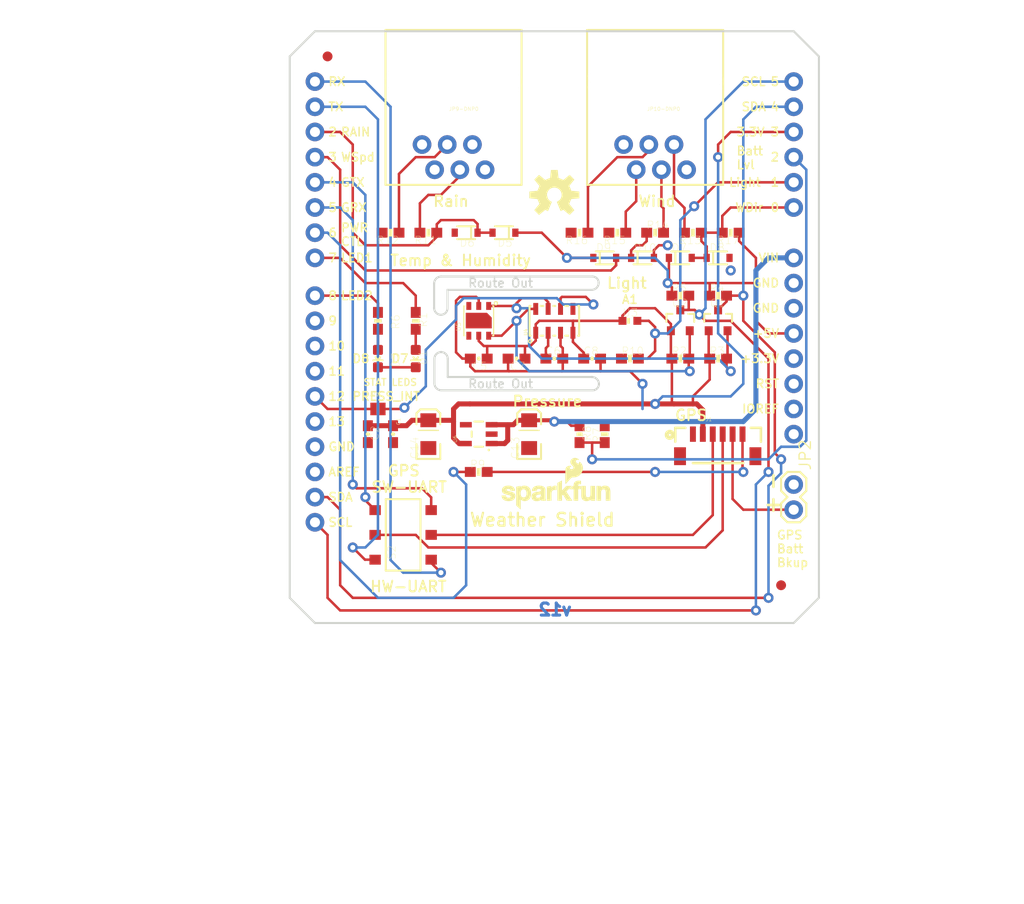
<source format=kicad_pcb>
(kicad_pcb (version 20211014) (generator pcbnew)
  (layers (0 "F.Cu" signal) (31 "B.Cu" signal) (34 "B.Paste" user) (35 "F.Paste" user) (36 "B.SilkS" user "B.Silkscreen") (37 "F.SilkS" user "F.Silkscreen") (38 "B.Mask" user) (39 "F.Mask" user) (44 "Edge.Cuts" user))
  (net 0 "")
  (net 1 "GND")
  (net 2 "STAT2")
  (net 3 "N$7")
  (net 4 "TXO")
  (net 5 "RXI")
  (net 6 "N$3")
  (net 7 "STAT1")
  (net 8 "3.3V")
  (net 9 "SCL")
  (net 10 "SDA")
  (net 11 "INT-PRESSURE")
  (net 12 "N$5")
  (net 13 "GPS-TX")
  (net 14 "GPS-RX")
  (net 15 "V_BATT")
  (net 16 "LIGHT")
  (net 17 "PWR_CTL")
  (net 18 "GTXO")
  (net 19 "GRXI")
  (net 20 "HV_SDA")
  (net 21 "HV_SCL")
  (net 22 "5V")
  (net 23 "RAIN")
  (net 24 "WSPEED")
  (net 25 "WDIR")
  (net 26 "RAIN2")
  (net 27 "RAIN5")
  (net 28 "N$2")
  (net 29 "N$1")
  (net 30 "N$4")
  (net 31 "N$11")
  (net 32 "N$12")
  (net 33 "N$13")
  (net 34 "BATT_LVL")
  (net 35 "3V_PWR_CTL")
  (net 36 "VIN")
  (net 37 "N$6")
  (footprint "boardEagle:SOD-323" (layer "F.Cu") (at 161.2011 98.0186)
    (fp_text reference "D7")
    (fp_text value "250mA/100V")
  )
  (footprint "boardEagle:AYZ0202" (layer "F.Cu") (at 133.2611 125.9586 90)
    (fp_text reference "S2")
    (fp_text value "DPDT")
  )
  (footprint "boardEagle:SOD-323" (layer "F.Cu") (at 143.4211 95.4786 180)
    (fp_text reference "D5")
    (fp_text value "250mA/100V")
  )
  (footprint "boardEagle:UNO_R3_SHIELD" (layer "F.Cu") (at 121.8311 134.8486)
    (fp_text reference "U1" hide)
    (fp_text value "ARDUINO_R3_SHIELD" hide)
  )
  (footprint "boardEagle:SOT23-3" (layer "F.Cu") (at 165.0111 104.3686)
    (fp_text reference "Q1")
    (fp_text value "200mA/50V")
  )
  (footprint "boardEagle:PAD-JUMPER-2-NO_NO_SILK" (layer "F.Cu") (at 130.7211 113.2586)
    (fp_text reference "JP1")
    (fp_text value "")
  )
  (footprint "boardEagle:0603-RES" (layer "F.Cu") (at 161.2011 101.8286)
    (fp_text reference "R5")
    (fp_text value "4.7K")
  )
  (footprint "boardEagle:0603-RES" (layer "F.Cu") (at 130.7211 104.3686 -90)
    (fp_text reference "R6")
    (fp_text value "1K")
  )
  (footprint "boardEagle:0603-RES" (layer "F.Cu") (at 165.0111 108.1786)
    (fp_text reference "R3")
    (fp_text value "4.7K")
  )
  (footprint "boardEagle:0603-RES" (layer "F.Cu") (at 158.6611 95.4786)
    (fp_text reference "R14")
    (fp_text value "1K")
  )
  (footprint "boardEagle:0603-CAP" (layer "F.Cu") (at 140.8811 108.1786 180)
    (fp_text reference "C5")
    (fp_text value "0.1uF")
  )
  (footprint "boardEagle:RJ11-6" (layer "F.Cu") (at 158.6611 80.2386 180)
    (fp_text reference "JP10-DNP0")
    (fp_text value "RJ11-WIND")
  )
  (footprint "boardEagle:0603-RES" (layer "F.Cu") (at 135.8011 95.4786 180)
    (fp_text reference "R11")
    (fp_text value "1K")
  )
  (footprint "boardEagle:0603-RES" (layer "F.Cu") (at 166.2811 95.4786 180)
    (fp_text reference "R17")
    (fp_text value "4.7K")
  )
  (footprint "boardEagle:0603" (layer "F.Cu") (at 151.0411 115.7986 -90)
    (fp_text reference "R8")
    (fp_text value "3.9K")
  )
  (footprint "boardEagle:SOD-323" (layer "F.Cu") (at 139.6111 95.4786 180)
    (fp_text reference "D6")
    (fp_text value "250mA/100V")
  )
  (footprint "boardEagle:1X02" (layer "F.Cu") (at 172.6311 120.8786 -90)
    (fp_text reference "JP2")
    (fp_text value "External Batt Bckup")
  )
  (footprint "boardEagle:0603-CAP" (layer "F.Cu") (at 152.3111 108.1786)
    (fp_text reference "C8")
    (fp_text value "1.0uF")
  )
  (footprint "boardEagle:SOT23-3" (layer "F.Cu") (at 161.2011 104.3686)
    (fp_text reference "Q2")
    (fp_text value "200mA/50V")
  )
  (footprint "boardEagle:0603-RES" (layer "F.Cu") (at 156.1211 108.1786)
    (fp_text reference "R10")
    (fp_text value "10K")
  )
  (footprint "boardEagle:0603-RES" (layer "F.Cu") (at 165.0111 101.8286)
    (fp_text reference "R4")
    (fp_text value "4.7K")
  )
  (footprint "boardEagle:ALS-PT19" (layer "F.Cu") (at 156.1211 104.3686)
    (fp_text reference "U3")
    (fp_text value "ALS-PT19")
  )
  (footprint "boardEagle:0603-RES" (layer "F.Cu") (at 151.0411 95.4786 180)
    (fp_text reference "R16")
    (fp_text value "1K")
  )
  (footprint "boardEagle:0603-CAP" (layer "F.Cu") (at 129.7051 115.7986 -90)
    (fp_text reference "C2")
    (fp_text value "0.1uF")
  )
  (footprint "boardEagle:SOD-323" (layer "F.Cu") (at 165.0111 98.0186)
    (fp_text reference "D8")
    (fp_text value "250mA/100V")
  )
  (footprint "boardEagle:0603-RES" (layer "F.Cu") (at 153.5811 115.7986 90)
    (fp_text reference "R7")
    (fp_text value "1K")
  )
  (footprint "boardEagle:0603-RES" (layer "F.Cu") (at 131.9911 95.4786 180)
    (fp_text reference "R12")
    (fp_text value "1K")
  )
  (footprint "boardEagle:EIA3216" (layer "F.Cu") (at 145.9611 115.7986 90)
    (fp_text reference "C13")
    (fp_text value "10uF")
  )
  (footprint "boardEagle:RJ11-6" (layer "F.Cu") (at 138.3411 80.2386 180)
    (fp_text reference "JP9-DNP0")
    (fp_text value "RJ11-RAIN")
  )
  (footprint "boardEagle:0603-CAP" (layer "F.Cu") (at 132.2451 115.7986 -90)
    (fp_text reference "C1")
    (fp_text value "1.0uF")
  )
  (footprint "boardEagle:LGA8" (layer "F.Cu") (at 148.5011 104.3686 90)
    (fp_text reference "U4")
    (fp_text value "MPL3115A2LGA8")
  )
  (footprint "boardEagle:SFE_LOGO_NAME_FLAME_.1" (layer "F.Cu") (at 142.7861 123.4186)
    (fp_text reference "LOGO2" hide)
    (fp_text value "SFE_LOGO_NAME_FLAME.1_INCH" hide)
  )
  (footprint "boardEagle:FIDUCIAL-1X2" (layer "F.Cu") (at 171.3611 131.0386)
    (fp_text reference "FD1" hide)
    (fp_text value "FIDUCIAL1X2" hide)
  )
  (footprint "boardEagle:0603-RES" (layer "F.Cu") (at 161.2011 108.1786)
    (fp_text reference "R2")
    (fp_text value "4.7K")
  )
  (footprint "boardEagle:SI7021" (layer "F.Cu") (at 140.8811 104.3686 90)
    (fp_text reference "U5")
    (fp_text value "SI7021")
  )
  (footprint "boardEagle:REVISION" (layer "F.Cu") (at 124.3711 162.7886)
    (fp_text reference "U$2" hide)
    (fp_text value "REVISION" hide)
  )
  (footprint "boardEagle:CREATIVE_COMMONS" (layer "F.Cu") (at 112.9411 158.9786)
    (fp_text reference "FRAME1" hide)
    (fp_text value "FRAME-LETTER" hide)
  )
  (footprint "boardEagle:EIA3216" (layer "F.Cu") (at 135.8011 115.7986 90)
    (fp_text reference "C14")
    (fp_text value "10uF")
  )
  (footprint "boardEagle:GP-635T" (layer "F.Cu") (at 165.0111 117.0686)
    (fp_text reference "J1")
    (fp_text value "GP-735")
  )
  (footprint "boardEagle:0603-CAP" (layer "F.Cu") (at 144.6911 108.1786 180)
    (fp_text reference "C7")
    (fp_text value "0.1uF")
  )
  (footprint "boardEagle:SOD-323" (layer "F.Cu") (at 153.5811 98.0186)
    (fp_text reference "D9")
    (fp_text value "250mA/100V")
  )
  (footprint "boardEagle:FIDUCIAL-1X2" (layer "F.Cu") (at 125.6411 77.6986)
    (fp_text reference "FD2" hide)
    (fp_text value "FIDUCIAL1X2" hide)
  )
  (footprint "boardEagle:SOD-323" (layer "F.Cu") (at 157.3911 98.0186)
    (fp_text reference "D10")
    (fp_text value "250mA/100V")
  )
  (footprint "boardEagle:LED-0603" (layer "F.Cu") (at 134.5311 108.1786 180)
    (fp_text reference "D1")
    (fp_text value "BLUE")
  )
  (footprint "boardEagle:OSHW-LOGO-M" (layer "F.Cu") (at 148.5011 91.6686)
    (fp_text reference "LOGO1" hide)
    (fp_text value "OSHW-LOGOM" hide)
  )
  (footprint "boardEagle:0603-CAP" (layer "F.Cu") (at 148.5011 108.1786)
    (fp_text reference "C6")
    (fp_text value "0.1uF")
  )
  (footprint "boardEagle:0603-RES" (layer "F.Cu") (at 134.5311 104.3686 -90)
    (fp_text reference "R1")
    (fp_text value "1K")
  )
  (footprint "boardEagle:0603-RES" (layer "F.Cu") (at 140.8811 119.6086)
    (fp_text reference "R9")
    (fp_text value "4.7K")
  )
  (footprint "boardEagle:0603-RES" (layer "F.Cu") (at 162.4711 95.4786 180)
    (fp_text reference "R13")
    (fp_text value "1K")
  )
  (footprint "boardEagle:0603-RES" (layer "F.Cu") (at 154.8511 95.4786 180)
    (fp_text reference "R15")
    (fp_text value "1K")
  )
  (footprint "boardEagle:LED-0603" (layer "F.Cu") (at 130.7211 108.1786 180)
    (fp_text reference "D3")
    (fp_text value "GREEN")
  )
  (footprint "boardEagle:SOT23-5" (layer "F.Cu") (at 140.8811 115.7986 90)
    (fp_text reference "U6")
    (fp_text value "3.3V/150mA")
  )
  (gr_arc (start 152.9715 100.5332) (mid 152.763194 101.036094) (end 152.2603 101.2444) (layer "Edge.Cuts") (width 0.2032))
  (gr_line (start 121.8311 77.6986) (end 121.8311 132.3086) (layer "Edge.Cuts") (width 0.2032))
  (gr_arc (start 137.1219 111.379) (mid 136.619006 111.170694) (end 136.4107 110.6678) (layer "Edge.Cuts") (width 0.2032))
  (gr_line (start 124.3711 134.8486) (end 121.8311 132.3086) (layer "Edge.Cuts") (width 0.2032))
  (gr_line (start 124.3711 75.1586) (end 172.6311 75.1586) (layer "Edge.Cuts") (width 0.2032))
  (gr_line (start 121.8311 77.6986) (end 124.3711 75.1586) (layer "Edge.Cuts") (width 0.2032))
  (gr_arc (start 136.4107 108.204) (mid 136.611566 107.719066) (end 137.0965 107.5182) (layer "Edge.Cuts") (width 0.2032))
  (gr_line (start 136.4107 110.6678) (end 136.4107 108.204) (layer "Edge.Cuts") (width 0.2032))
  (gr_line (start 152.3619 111.379) (end 137.1219 111.379) (layer "Edge.Cuts") (width 0.2032))
  (gr_line (start 124.3711 134.8486) (end 172.6311 134.8486) (layer "Edge.Cuts") (width 0.2032))
  (gr_line (start 137.7569 110.0328) (end 152.2857 110.0328) (layer "Edge.Cuts") (width 0.2032))
  (gr_line (start 172.6311 75.1586) (end 175.1711 77.6986) (layer "Edge.Cuts") (width 0.2032))
  (gr_line (start 175.1711 132.3086) (end 172.6311 134.8486) (layer "Edge.Cuts") (width 0.2032))
  (gr_line (start 137.7315 101.2444) (end 152.2603 101.2444) (layer "Edge.Cuts") (width 0.2032))
  (gr_arc (start 137.0965 107.5182) (mid 137.568734 107.724327) (end 137.7569 108.204) (layer "Edge.Cuts") (width 0.2032))
  (gr_arc (start 152.9969 110.744) (mid 152.810913 111.193013) (end 152.3619 111.379) (layer "Edge.Cuts") (width 0.2032))
  (gr_line (start 175.1711 132.3086) (end 175.1711 77.6986) (layer "Edge.Cuts") (width 0.2032))
  (gr_line (start 137.7315 103.0986) (end 137.7315 101.2444) (layer "Edge.Cuts") (width 0.2032))
  (gr_arc (start 136.3853 100.6094) (mid 136.593606 100.106506) (end 137.0965 99.8982) (layer "Edge.Cuts") (width 0.2032))
  (gr_arc (start 152.3365 99.8982) (mid 152.785513 100.084187) (end 152.9715 100.5332) (layer "Edge.Cuts") (width 0.2032))
  (gr_arc (start 152.2857 110.0328) (mid 152.788594 110.241106) (end 152.9969 110.744) (layer "Edge.Cuts") (width 0.2032))
  (gr_line (start 152.3365 99.8982) (end 137.0965 99.8982) (layer "Edge.Cuts") (width 0.2032))
  (gr_line (start 137.7569 108.204) (end 137.7569 110.0328) (layer "Edge.Cuts") (width 0.2032))
  (gr_arc (start 137.0711 103.759) (mid 136.586166 103.558134) (end 136.3853 103.0732) (layer "Edge.Cuts") (width 0.2032))
  (gr_line (start 136.3853 100.6094) (end 136.3853 103.0732) (layer "Edge.Cuts") (width 0.2032))
  (gr_arc (start 137.7315 103.0986) (mid 137.538073 103.565573) (end 137.0711 103.759) (layer "Edge.Cuts") (width 0.2032))
  (gr_text "v12" (at 150.4061 134.2136) (layer "B.Cu") (effects (font (size 1.2192 1.2192) (thickness 0.3048)) (justify left bottom mirror)))
  (gr_text "GPS\nBatt\nBkup" (at 170.8531 129.2606) (layer "F.SilkS") (effects (font (size 0.8636 0.8636) (thickness 0.1524)) (justify left bottom)))
  (gr_text "LED2" (at 126.9111 102.3366) (layer "F.SilkS") (effects (font (size 0.8636 0.8636) (thickness 0.1524)) (justify left bottom)))
  (gr_text "-" (at 171.3611 121.6406 90) (layer "F.SilkS") (effects (font (size 1.5113 1.5113) (thickness 0.2667)) (justify left bottom)))
  (gr_text "GTX" (at 126.9111 90.9066) (layer "F.SilkS") (effects (font (size 0.8636 0.8636) (thickness 0.1524)) (justify left bottom)))
  (gr_text "D8" (at 128.0541 108.6866) (layer "F.SilkS") (effects (font (size 0.8636 0.8636) (thickness 0.1524)) (justify left bottom)))
  (gr_text "Rain" (at 136.1821 92.9386) (layer "F.SilkS") (effects (font (size 1.0795 1.0795) (thickness 0.1905)) (justify left bottom)))
  (gr_text "+" (at 171.3611 124.0536 90) (layer "F.SilkS") (effects (font (size 1.5113 1.5113) (thickness 0.2667)) (justify left bottom)))
  (gr_text "RAIN" (at 126.9111 85.8266) (layer "F.SilkS") (effects (font (size 0.8636 0.8636) (thickness 0.1524)) (justify left bottom)))
  (gr_text "SCL" (at 167.2971 80.7466) (layer "F.SilkS") (effects (font (size 0.8636 0.8636) (thickness 0.1524)) (justify left bottom)))
  (gr_text "Batt\nLvl" (at 166.7891 89.1286) (layer "F.SilkS") (effects (font (size 0.8636 0.8636) (thickness 0.1524)) (justify left bottom)))
  (gr_text "LED1" (at 126.9111 98.5266) (layer "F.SilkS") (effects (font (size 0.8636 0.8636) (thickness 0.1524)) (justify left bottom)))
  (gr_text "3.3V" (at 166.7891 85.8266) (layer "F.SilkS") (effects (font (size 0.8636 0.8636) (thickness 0.1524)) (justify left bottom)))
  (gr_text "Weather Shield" (at 139.8651 125.1966) (layer "F.SilkS") (effects (font (size 1.2954 1.2954) (thickness 0.2286)) (justify left bottom)))
  (gr_text "Wind" (at 156.8831 92.9386) (layer "F.SilkS") (effects (font (size 1.0795 1.0795) (thickness 0.1905)) (justify left bottom)))
  (gr_text "D7" (at 131.9911 108.6866) (layer "F.SilkS") (effects (font (size 0.8636 0.8636) (thickness 0.1524)) (justify left bottom)))
  (gr_text "HW-UART" (at 129.8321 131.8006) (layer "F.SilkS") (effects (font (size 1.0795 1.0795) (thickness 0.1905)) (justify left bottom)))
  (gr_text "GPS" (at 131.6101 120.1166) (layer "F.SilkS") (effects (font (size 1.0795 1.0795) (thickness 0.1905)) (justify left bottom)))
  (gr_text "Light" (at 166.0271 90.9066) (layer "F.SilkS") (effects (font (size 0.8636 0.8636) (thickness 0.1524)) (justify left bottom)))
  (gr_text "Temp & Humidity" (at 131.8641 98.9076) (layer "F.SilkS") (effects (font (size 1.0795 1.0795) (thickness 0.1905)) (justify left bottom)))
  (gr_text "PRESS_INT" (at 128.0541 112.4966) (layer "F.SilkS") (effects (font (size 0.8636 0.8636) (thickness 0.1524)) (justify left bottom)))
  (gr_text "GRX" (at 126.9111 93.4466) (layer "F.SilkS") (effects (font (size 0.8636 0.8636) (thickness 0.1524)) (justify left bottom)))
  (gr_text "PWR\nCTL" (at 126.9111 96.8756) (layer "F.SilkS") (effects (font (size 0.8636 0.8636) (thickness 0.1524)) (justify left bottom)))
  (gr_text "Light" (at 153.7081 101.1936) (layer "F.SilkS") (effects (font (size 1.0795 1.0795) (thickness 0.1905)) (justify left bottom)))
  (gr_text "STAT LEDS" (at 129.1971 110.9726) (layer "F.SilkS") (effects (font (size 0.69088 0.69088) (thickness 0.12192)) (justify left bottom)))
  (gr_text "Pressure" (at 144.1831 113.1316) (layer "F.SilkS") (effects (font (size 1.0795 1.0795) (thickness 0.1905)) (justify left bottom)))
  (gr_text "WDir" (at 166.6621 93.4466) (layer "F.SilkS") (effects (font (size 0.8636 0.8636) (thickness 0.1524)) (justify left bottom)))
  (gr_text "SDA" (at 167.2971 83.2866) (layer "F.SilkS") (effects (font (size 0.8636 0.8636) (thickness 0.1524)) (justify left bottom)))
  (gr_text "A1" (at 155.2321 102.7176) (layer "F.SilkS") (effects (font (size 0.8636 0.8636) (thickness 0.1524)) (justify left bottom)))
  (gr_text "WSpd" (at 126.9111 88.3666) (layer "F.SilkS") (effects (font (size 0.8636 0.8636) (thickness 0.1524)) (justify left bottom)))
  (gr_text "GPS" (at 160.5661 114.5286) (layer "F.SilkS") (effects (font (size 1.0795 1.0795) (thickness 0.1905)) (justify left bottom)))
  (gr_text "SW-UART" (at 129.9591 121.7676) (layer "F.SilkS") (effects (font (size 1.0795 1.0795) (thickness 0.1905)) (justify left bottom)))
  (gr_text "Route Out" (at 139.7381 101.0666) (layer "Edge.Cuts") (effects (font (size 0.8636 0.8636) (thickness 0.1524)) (justify left bottom)))
  (gr_text "Route Out" (at 139.7381 111.2266) (layer "Edge.Cuts") (effects (font (size 0.8636 0.8636) (thickness 0.1524)) (justify left bottom)))
  (segment (start 149.1261 105.5686) (end 149.1261 106.8986) (width 0.254) (layer "F.Cu") (net 1))
  (segment (start 143.9291 109.4486) (end 149.2631 109.4486) (width 0.254) (layer "F.Cu") (net 1))
  (segment (start 158.5411 97.2496) (end 159.0421 96.7486) (width 0.254) (layer "F.Cu") (net 1))
  (segment (start 139.2301 108.1786) (end 138.5951 107.5436) (width 0.254) (layer "F.Cu") (net 1))
  (segment (start 138.9761 101.9556) (end 140.6271 101.9556) (width 0.254) (layer "F.Cu") (net 1))
  (segment (start 156.1211 109.4486) (end 157.3911 110.7186) (width 0.254) (layer "F.Cu") (net 1))
  (segment (start 149.1261 106.8986) (end 149.3511 107.1236) (width 0.254) (layer "F.Cu") (net 1))
  (segment (start 143.8411 109.3606) (end 143.9291 109.4486) (width 0.254) (layer "F.Cu") (net 1))
  (segment (start 149.3511 108.1786) (end 149.3511 109.3606) (width 0.254) (layer "F.Cu") (net 1))
  (segment (start 159.0421 96.7486) (end 159.9311 96.7486) (width 0.254) (layer "F.Cu") (net 1))
  (segment (start 143.9291 109.4486) (end 140.5001 109.4486) (width 0.254) (layer "F.Cu") (net 1))
  (segment (start 140.0311 108.1786) (end 139.2301 108.1786) (width 0.254) (layer "F.Cu") (net 1))
  (segment (start 140.5001 109.4486) (end 140.0311 108.9796) (width 0.254) (layer "F.Cu") (net 1))
  (segment (start 149.2631 109.4486) (end 153.1611 109.4486) (width 0.254) (layer "F.Cu") (net 1))
  (segment (start 140.0311 108.1786) (end 140.0311 108.9796) (width 0.254) (layer "F.Cu") (net 1))
  (segment (start 140.6271 101.9556) (end 140.8811 102.2096) (width 0.254) (layer "F.Cu") (net 1))
  (segment (start 138.5951 102.3366) (end 138.9761 101.9556) (width 0.254) (layer "F.Cu") (net 1))
  (segment (start 153.1611 108.1786) (end 153.1611 109.4486) (width 0.254) (layer "F.Cu") (net 1))
  (segment (start 153.1611 108.1786) (end 155.2711 108.1786) (width 0.254) (layer "F.Cu") (net 1))
  (segment (start 140.8811 102.2096) (end 140.8811 102.8686) (width 0.254) (layer "F.Cu") (net 1))
  (segment (start 149.3511 108.1786) (end 149.3511 107.1236) (width 0.254) (layer "F.Cu") (net 1))
  (segment (start 158.5411 98.0186) (end 158.5411 97.2496) (width 0.254) (layer "F.Cu") (net 1))
  (segment (start 153.1611 109.4486) (end 156.1211 109.4486) (width 0.254) (layer "F.Cu") (net 1))
  (segment (start 138.5951 107.5436) (end 138.5951 102.3366) (width 0.254) (layer "F.Cu") (net 1))
  (segment (start 134.5311 109.0556) (end 130.7211 109.0556) (width 0.254) (layer "F.Cu") (net 1))
  (segment (start 149.3511 109.3606) (end 149.2631 109.4486) (width 0.254) (layer "F.Cu") (net 1))
  (segment (start 143.8411 108.1786) (end 143.8411 109.3606) (width 0.254) (layer "F.Cu") (net 1))
  (via (at 159.9311 96.7486) (size 1.016) (drill 0.508) (layers "F.Cu" "B.Cu") (net 1))
  (via (at 157.3911 110.7186) (size 1.016) (drill 0.508) (layers "F.Cu" "B.Cu") (net 1))
  (via (at 166.2811 99.2886) (size 1.016) (drill 0.508) (layers "F.Cu" "B.Cu") (net 1))
  (segment (start 157.3911 110.7186) (end 157.3911 113.2586) (width 0.254) (layer "B.Cu") (net 1))
  (segment (start 130.7211 102.5906) (end 130.7211 103.5186) (width 0.254) (layer "F.Cu") (net 2))
  (segment (start 129.9591 101.8286) (end 130.7211 102.5906) (width 0.254) (layer "F.Cu") (net 2))
  (segment (start 129.9591 101.8286) (end 124.3711 101.8286) (width 0.254) (layer "F.Cu") (net 2))
  (segment (start 130.7211 105.2186) (end 130.7211 107.3016) (width 0.254) (layer "F.Cu") (net 3))
  (segment (start 130.4361 128.4586) (end 129.4111 128.4586) (width 0.254) (layer "F.Cu") (net 4))
  (segment (start 129.4111 128.4586) (end 128.1811 127.2286) (width 0.254) (layer "F.Cu") (net 4))
  (via (at 128.1811 127.2286) (size 1.016) (drill 0.508) (layers "F.Cu" "B.Cu") (net 4))
  (segment (start 130.7211 84.0486) (end 130.7211 125.9586) (width 0.254) (layer "B.Cu") (net 4))
  (segment (start 124.3711 82.7786) (end 129.4511 82.7786) (width 0.254) (layer "B.Cu") (net 4))
  (segment (start 129.4511 82.7786) (end 130.7211 84.0486) (width 0.254) (layer "B.Cu") (net 4))
  (segment (start 129.4511 127.2286) (end 128.1811 127.2286) (width 0.254) (layer "B.Cu") (net 4))
  (segment (start 130.7211 125.9586) (end 129.4511 127.2286) (width 0.254) (layer "B.Cu") (net 4))
  (segment (start 136.0861 128.7836) (end 137.0711 129.7686) (width 0.254) (layer "F.Cu") (net 5))
  (segment (start 136.0861 128.4586) (end 136.0861 128.7836) (width 0.254) (layer "F.Cu") (net 5))
  (via (at 137.0711 129.7686) (size 1.016) (drill 0.508) (layers "F.Cu" "B.Cu") (net 5))
  (segment (start 129.4511 80.2386) (end 131.9911 82.7786) (width 0.254) (layer "B.Cu") (net 5))
  (segment (start 131.9911 82.7786) (end 131.9911 128.4986) (width 0.254) (layer "B.Cu") (net 5))
  (segment (start 124.3711 80.2386) (end 129.4511 80.2386) (width 0.254) (layer "B.Cu") (net 5))
  (segment (start 131.9911 128.4986) (end 133.2611 129.7686) (width 0.254) (layer "B.Cu") (net 5))
  (segment (start 133.2611 129.7686) (end 137.0711 129.7686) (width 0.254) (layer "B.Cu") (net 5))
  (segment (start 134.5311 105.2186) (end 134.5311 107.3016) (width 0.254) (layer "F.Cu") (net 6))
  (segment (start 129.4511 100.5586) (end 133.2611 100.5586) (width 0.254) (layer "F.Cu") (net 7))
  (segment (start 134.5311 101.8286) (end 134.5311 103.5186) (width 0.254) (layer "F.Cu") (net 7))
  (segment (start 133.2611 100.5586) (end 134.5311 101.8286) (width 0.254) (layer "F.Cu") (net 7))
  (segment (start 126.9111 98.0186) (end 129.4511 100.5586) (width 0.254) (layer "F.Cu") (net 7))
  (segment (start 126.9111 98.0186) (end 124.3711 98.0186) (width 0.254) (layer "F.Cu") (net 7))
  (segment (start 138.3411 113.2586) (end 138.3411 114.5286) (width 0.508) (layer "F.Cu") (net 8))
  (segment (start 155.3711 104.3686) (end 155.3711 103.8486) (width 0.254) (layer "F.Cu") (net 8))
  (segment (start 132.2451 114.9486) (end 133.6031 114.9486) (width 0.508) (layer "F.Cu") (net 8))
  (segment (start 162.8521 112.7506) (end 162.4711 112.7506) (width 0.508) (layer "F.Cu") (net 8))
  (segment (start 160.2511 104.6886) (end 158.6611 103.0986) (width 0.254) (layer "F.Cu") (net 8))
  (segment (start 160.5661 112.7506) (end 158.6611 112.7506) (width 0.508) (layer "F.Cu") (net 8))
  (segment (start 140.8811 106.4006) (end 141.3891 106.9086) (width 0.254) (layer "F.Cu") (net 8))
  (segment (start 160.3511 112.5356) (end 160.5661 112.7506) (width 0.254) (layer "F.Cu") (net 8))
  (segment (start 145.5411 106.9476) (end 145.5801 106.9086) (width 0.254) (layer "F.Cu") (net 8))
  (segment (start 140.8811 106.4006) (end 140.8811 105.8686) (width 0.254) (layer "F.Cu") (net 8))
  (segment (start 141.7701 106.9086) (end 145.5021 106.9086) (width 0.254) (layer "F.Cu") (net 8))
  (segment (start 141.7311 106.9476) (end 141.7701 106.9086) (width 0.254) (layer "F.Cu") (net 8))
  (segment (start 164.1611 110.2986) (end 162.4711 111.9886) (width 0.254) (layer "F.Cu") (net 8))
  (segment (start 160.2511 108.0786) (end 160.3511 108.1786) (width 0.254) (layer "F.Cu") (net 8))
  (segment (start 138.3411 114.5286) (end 138.3411 116.1796) (width 0.508) (layer "F.Cu") (net 8))
  (segment (start 160.2511 105.3686) (end 160.2511 108.0786) (width 0.254) (layer "F.Cu") (net 8))
  (segment (start 145.5411 108.1786) (end 145.5411 106.9476) (width 0.254) (layer "F.Cu") (net 8))
  (segment (start 160.2511 105.3686) (end 160.2511 104.6886) (width 0.254) (layer "F.Cu") (net 8))
  (segment (start 139.581 116.7486) (end 138.9101 116.7486) (width 0.508) (layer "F.Cu") (net 8))
  (segment (start 150.3761 104.3986) (end 150.4061 104.3686) (width 0.254) (layer "F.Cu") (net 8))
  (segment (start 146.9771 104.3686) (end 146.6261 104.7196) (width 0.254) (layer "F.Cu") (net 8))
  (segment (start 172.6311 85.3186) (end 166.2811 85.3186) (width 0.254) (layer "F.Cu") (net 8))
  (segment (start 146.0881 106.9086) (end 146.6261 106.3706) (width 0.254) (layer "F.Cu") (net 8))
  (segment (start 151.4611 108.1786) (end 151.4611 107.5826) (width 0.254) (layer "F.Cu") (net 8))
  (segment (start 158.6611 103.0986) (end 156.1211 103.0986) (width 0.254) (layer "F.Cu") (net 8))
  (segment (start 160.3511 108.1786) (end 160.3511 112.5356) (width 0.254) (layer "F.Cu") (net 8))
  (segment (start 135.8011 114.3986) (end 134.1531 114.3986) (width 0.508) (layer "F.Cu") (net 8))
  (segment (start 140.0311 112.7116) (end 139.9921 112.7506) (width 0.254) (layer "F.Cu") (net 8))
  (segment (start 138.9101 116.7486) (end 138.3411 116.1796) (width 0.508) (layer "F.Cu") (net 8))
  (segment (start 146.6261 105.5686) (end 146.6261 106.3706) (width 0.254) (layer "F.Cu") (net 8))
  (segment (start 141.7311 108.1786) (end 141.7311 106.9476) (width 0.254) (layer "F.Cu") (net 8))
  (segment (start 145.5021 106.9086) (end 145.5411 106.9476) (width 0.254) (layer "F.Cu") (net 8))
  (segment (start 158.6611 112.7506) (end 139.9921 112.7506) (width 0.508) (layer "F.Cu") (net 8))
  (segment (start 141.3891 106.9086) (end 141.7701 106.9086) (width 0.254) (layer "F.Cu") (net 8))
  (segment (start 162.4711 111.9886) (end 162.4711 112.7506) (width 0.254) (layer "F.Cu") (net 8))
  (segment (start 135.8011 114.3986) (end 138.2111 114.3986) (width 0.508) (layer "F.Cu") (net 8))
  (segment (start 145.5801 106.9086) (end 146.0881 106.9086) (width 0.254) (layer "F.Cu") (net 8))
  (segment (start 164.0611 108.0786) (end 164.1611 108.1786) (width 0.254) (layer "F.Cu") (net 8))
  (segment (start 150.3761 105.5686) (end 150.3761 104.3986) (width 0.254) (layer "F.Cu") (net 8))
  (segment (start 138.8491 112.7506) (end 138.3411 113.2586) (width 0.508) (layer "F.Cu") (net 8))
  (segment (start 150.3761 105.5686) (end 150.3761 106.4976) (width 0.254) (layer "F.Cu") (net 8))
  (segment (start 132.2451 114.9486) (end 129.7051 114.9486) (width 0.508) (layer "F.Cu") (net 8))
  (segment (start 162.4711 112.7506) (end 160.5661 112.7506) (width 0.508) (layer "F.Cu") (net 8))
  (segment (start 138.2111 114.3986) (end 138.3411 114.5286) (width 0.508) (layer "F.Cu") (net 8))
  (segment (start 164.1611 108.1786) (end 164.1611 110.2986) (width 0.254) (layer "F.Cu") (net 8))
  (segment (start 146.6261 105.5686) (end 146.6261 104.7196) (width 0.254) (layer "F.Cu") (net 8))
  (segment (start 163.4711 113.3696) (end 163.4711 115.7986) (width 0.508) (layer "F.Cu") (net 8))
  (segment (start 164.0611 105.3686) (end 164.0611 108.0786) (width 0.254) (layer "F.Cu") (net 8))
  (segment (start 151.4611 107.5826) (end 150.3761 106.4976) (width 0.254) (layer "F.Cu") (net 8))
  (segment (start 150.4061 104.3686) (end 155.3711 104.3686) (width 0.254) (layer "F.Cu") (net 8))
  (segment (start 165.0111 86.5886) (end 165.0111 87.8586) (width 0.254) (layer "F.Cu") (net 8))
  (segment (start 146.9771 104.3686) (end 150.4061 104.3686) (width 0.254) (layer "F.Cu") (net 8))
  (segment (start 162.8521 112.7506) (end 163.4711 113.3696) (width 0.508) (layer "F.Cu") (net 8))
  (segment (start 139.9921 112.7506) (end 138.8491 112.7506) (width 0.508) (layer "F.Cu") (net 8))
  (segment (start 134.1531 114.3986) (end 133.6031 114.9486) (width 0.508) (layer "F.Cu") (net 8))
  (segment (start 155.3711 103.8486) (end 156.1211 103.0986) (width 0.254) (layer "F.Cu") (net 8))
  (segment (start 166.2811 85.3186) (end 165.0111 86.5886) (width 0.254) (layer "F.Cu") (net 8))
  (via (at 165.0111 87.8586) (size 1.016) (drill 0.508) (layers "F.Cu" "B.Cu") (net 8))
  (via (at 158.6611 112.7506) (size 1.016) (drill 0.508) (layers "F.Cu" "B.Cu") (net 8))
  (segment (start 167.5511 108.1786) (end 167.5511 110.7186) (width 0.254) (layer "B.Cu") (net 8))
  (segment (start 165.0111 87.8586) (end 165.0111 105.6386) (width 0.254) (layer "B.Cu") (net 8))
  (segment (start 166.2811 111.9886) (end 159.4231 111.9886) (width 0.254) (layer "B.Cu") (net 8))
  (segment (start 159.4231 111.9886) (end 158.6611 112.7506) (width 0.254) (layer "B.Cu") (net 8))
  (segment (start 165.0111 105.6386) (end 167.5511 108.1786) (width 0.254) (layer "B.Cu") (net 8))
  (segment (start 167.5511 110.7186) (end 166.2811 111.9886) (width 0.254) (layer "B.Cu") (net 8))
  (segment (start 162.0511 108.1786) (end 162.0511 109.3486) (width 0.254) (layer "F.Cu") (net 9))
  (segment (start 146.6261 103.1686) (end 145.8911 103.1686) (width 0.254) (layer "F.Cu") (net 9))
  (segment (start 162.1511 105.3686) (end 162.1511 108.0786) (width 0.254) (layer "F.Cu") (net 9))
  (segment (start 162.1511 108.0786) (end 162.0511 108.1786) (width 0.254) (layer "F.Cu") (net 9))
  (segment (start 143.1911 105.8686) (end 141.8811 105.8686) (width 0.254) (layer "F.Cu") (net 9))
  (segment (start 145.8911 103.1686) (end 144.6911 104.3686) (width 0.254) (layer "F.Cu") (net 9))
  (segment (start 143.1911 105.8686) (end 144.6911 104.3686) (width 0.254) (layer "F.Cu") (net 9))
  (segment (start 162.0511 109.3486) (end 162.1511 109.4486) (width 0.254) (layer "F.Cu") (net 9))
  (via (at 162.1511 109.4486) (size 1.016) (drill 0.508) (layers "F.Cu" "B.Cu") (net 9))
  (via (at 144.6911 104.3686) (size 1.016) (drill 0.508) (layers "F.Cu" "B.Cu") (net 9))
  (segment (start 145.9611 109.4486) (end 162.1511 109.4486) (width 0.254) (layer "B.Cu") (net 9))
  (segment (start 144.6911 104.3686) (end 144.6911 108.1786) (width 0.254) (layer "B.Cu") (net 9))
  (segment (start 144.6911 108.1786) (end 145.9611 109.4486) (width 0.254) (layer "B.Cu") (net 9))
  (segment (start 144.4611 102.8686) (end 144.6911 103.0986) (width 0.254) (layer "F.Cu") (net 10))
  (segment (start 165.9611 108.0786) (end 165.8611 108.1786) (width 0.254) (layer "F.Cu") (net 10))
  (segment (start 147.8761 103.1686) (end 147.8761 102.4736) (width 0.254) (layer "F.Cu") (net 10))
  (segment (start 141.8811 102.8686) (end 144.4611 102.8686) (width 0.254) (layer "F.Cu") (net 10))
  (segment (start 147.4851 102.0826) (end 147.8761 102.4736) (width 0.254) (layer "F.Cu") (net 10))
  (segment (start 144.6911 102.5906) (end 145.1991 102.0826) (width 0.254) (layer "F.Cu") (net 10))
  (segment (start 165.8611 108.1786) (end 165.8611 109.0286) (width 0.254) (layer "F.Cu") (net 10))
  (segment (start 165.9611 105.3686) (end 165.9611 108.0786) (width 0.254) (layer "F.Cu") (net 10))
  (segment (start 145.1991 102.0826) (end 147.4851 102.0826) (width 0.254) (layer "F.Cu") (net 10))
  (segment (start 165.8611 109.0286) (end 166.2811 109.4486) (width 0.254) (layer "F.Cu") (net 10))
  (segment (start 144.6911 103.0986) (end 144.6911 102.5906) (width 0.254) (layer "F.Cu") (net 10))
  (via (at 166.2811 109.4486) (size 1.016) (drill 0.508) (layers "F.Cu" "B.Cu") (net 10))
  (via (at 144.6911 103.0986) (size 1.016) (drill 0.508) (layers "F.Cu" "B.Cu") (net 10))
  (segment (start 147.2311 108.1786) (end 165.0111 108.1786) (width 0.254) (layer "B.Cu") (net 10))
  (segment (start 145.9611 103.0986) (end 145.9611 106.9086) (width 0.254) (layer "B.Cu") (net 10))
  (segment (start 144.6911 103.0986) (end 145.9611 103.0986) (width 0.254) (layer "B.Cu") (net 10))
  (segment (start 145.9611 106.9086) (end 147.2311 108.1786) (width 0.254) (layer "B.Cu") (net 10))
  (segment (start 165.0111 108.1786) (end 166.2811 109.4486) (width 0.254) (layer "B.Cu") (net 10))
  (segment (start 149.1261 103.1686) (end 149.1261 102.0926) (width 0.254) (layer "F.Cu") (net 11))
  (segment (start 151.6761 101.9556) (end 152.4381 102.7176) (width 0.254) (layer "F.Cu") (net 11))
  (segment (start 133.3881 113.1316) (end 133.2611 113.2586) (width 0.254) (layer "F.Cu") (net 11))
  (segment (start 149.2631 101.9556) (end 151.6761 101.9556) (width 0.254) (layer "F.Cu") (net 11))
  (segment (start 149.1261 102.0926) (end 149.2631 101.9556) (width 0.254) (layer "F.Cu") (net 11))
  (segment (start 133.2611 113.2586) (end 131.1711 113.2586) (width 0.254) (layer "F.Cu") (net 11))
  (via (at 152.4381 102.7176) (size 1.016) (drill 0.508) (layers "F.Cu" "B.Cu") (net 11))
  (via (at 133.3881 113.1316) (size 1.016) (drill 0.508) (layers "F.Cu" "B.Cu") (net 11))
  (segment (start 135.5471 107.2896) (end 135.5471 110.9726) (width 0.254) (layer "B.Cu") (net 11))
  (segment (start 135.5471 110.9726) (end 133.3881 113.1316) (width 0.254) (layer "B.Cu") (net 11))
  (segment (start 139.3571 102.0826) (end 138.5951 102.8446) (width 0.254) (layer "B.Cu") (net 11))
  (segment (start 152.4381 102.7176) (end 149.3901 102.7176) (width 0.254) (layer "B.Cu") (net 11))
  (segment (start 138.5951 104.2416) (end 135.5471 107.2896) (width 0.254) (layer "B.Cu") (net 11))
  (segment (start 148.7551 102.0826) (end 139.3571 102.0826) (width 0.254) (layer "B.Cu") (net 11))
  (segment (start 149.3901 102.7176) (end 148.7551 102.0826) (width 0.254) (layer "B.Cu") (net 11))
  (segment (start 138.5951 102.8446) (end 138.5951 104.2416) (width 0.254) (layer "B.Cu") (net 11))
  (segment (start 147.6511 108.1786) (end 147.6511 107.1236) (width 0.254) (layer "F.Cu") (net 12))
  (segment (start 147.8761 106.8986) (end 147.6511 107.1236) (width 0.254) (layer "F.Cu") (net 12))
  (segment (start 147.8761 105.5686) (end 147.8761 106.8986) (width 0.254) (layer "F.Cu") (net 12))
  (segment (start 164.4711 123.9586) (end 162.4711 125.9586) (width 0.254) (layer "F.Cu") (net 13))
  (segment (start 164.4711 115.7986) (end 164.4711 123.9586) (width 0.254) (layer "F.Cu") (net 13))
  (segment (start 162.4711 125.9586) (end 136.0861 125.9586) (width 0.254) (layer "F.Cu") (net 13))
  (segment (start 135.8011 127.2286) (end 163.7411 127.2286) (width 0.254) (layer "F.Cu") (net 14))
  (segment (start 134.5311 125.9586) (end 130.4361 125.9586) (width 0.254) (layer "F.Cu") (net 14))
  (segment (start 163.7411 127.2286) (end 165.4711 125.4986) (width 0.254) (layer "F.Cu") (net 14))
  (segment (start 165.4711 115.7986) (end 165.4711 125.4986) (width 0.254) (layer "F.Cu") (net 14))
  (segment (start 134.5311 125.9586) (end 135.8011 127.2286) (width 0.254) (layer "F.Cu") (net 14))
  (segment (start 167.5511 123.4186) (end 166.4711 122.3386) (width 0.254) (layer "F.Cu") (net 15))
  (segment (start 166.4711 115.7986) (end 166.4711 122.3386) (width 0.254) (layer "F.Cu") (net 15))
  (segment (start 172.6311 123.4186) (end 167.5511 123.4186) (width 0.254) (layer "F.Cu") (net 15))
  (segment (start 156.9711 108.1786) (end 157.8991 108.1786) (width 0.254) (layer "F.Cu") (net 16))
  (segment (start 158.6611 107.4166) (end 158.6611 105.6386) (width 0.254) (layer "F.Cu") (net 16))
  (segment (start 158.0261 104.3686) (end 158.6611 105.0036) (width 0.254) (layer "F.Cu") (net 16))
  (segment (start 165.0111 90.3986) (end 162.5981 92.8116) (width 0.254) (layer "F.Cu") (net 16))
  (segment (start 156.8711 104.3686) (end 158.0261 104.3686) (width 0.254) (layer "F.Cu") (net 16))
  (segment (start 158.6611 105.0036) (end 158.6611 105.6386) (width 0.254) (layer "F.Cu") (net 16))
  (segment (start 172.6311 90.3986) (end 165.0111 90.3986) (width 0.254) (layer "F.Cu") (net 16))
  (segment (start 157.8991 108.1786) (end 158.6611 107.4166) (width 0.254) (layer "F.Cu") (net 16))
  (via (at 162.5981 92.8116) (size 1.016) (drill 0.508) (layers "F.Cu" "B.Cu") (net 16))
  (via (at 158.6611 105.6386) (size 1.016) (drill 0.508) (layers "F.Cu" "B.Cu") (net 16))
  (segment (start 161.2011 94.2086) (end 161.2011 104.3686) (width 0.254) (layer "B.Cu") (net 16))
  (segment (start 161.2011 104.3686) (end 159.9311 105.6386) (width 0.254) (layer "B.Cu") (net 16))
  (segment (start 159.9311 105.6386) (end 158.6611 105.6386) (width 0.254) (layer "B.Cu") (net 16))
  (segment (start 162.5981 92.8116) (end 161.2011 94.2086) (width 0.254) (layer "B.Cu") (net 16))
  (segment (start 138.3411 119.6086) (end 140.0311 119.6086) (width 0.254) (layer "F.Cu") (net 17))
  (via (at 138.3411 119.6086) (size 1.016) (drill 0.508) (layers "F.Cu" "B.Cu") (net 17))
  (segment (start 130.7211 132.3086) (end 138.3411 132.3086) (width 0.254) (layer "B.Cu") (net 17))
  (segment (start 125.6411 95.4786) (end 126.9111 96.7486) (width 0.254) (layer "B.Cu") (net 17))
  (segment (start 139.6111 120.8786) (end 138.3411 119.6086) (width 0.254) (layer "B.Cu") (net 17))
  (segment (start 126.9111 96.7486) (end 126.9111 128.4986) (width 0.254) (layer "B.Cu") (net 17))
  (segment (start 139.6111 120.8786) (end 139.6111 131.0386) (width 0.254) (layer "B.Cu") (net 17))
  (segment (start 124.3711 95.4786) (end 125.6411 95.4786) (width 0.254) (layer "B.Cu") (net 17))
  (segment (start 138.3411 132.3086) (end 139.6111 131.0386) (width 0.254) (layer "B.Cu") (net 17))
  (segment (start 126.9111 128.4986) (end 130.7211 132.3086) (width 0.254) (layer "B.Cu") (net 17))
  (segment (start 130.4361 123.4586) (end 129.4511 122.4736) (width 0.254) (layer "F.Cu") (net 18))
  (segment (start 129.4511 122.4736) (end 129.4511 122.1486) (width 0.254) (layer "F.Cu") (net 18))
  (via (at 129.4511 122.1486) (size 1.016) (drill 0.508) (layers "F.Cu" "B.Cu") (net 18))
  (segment (start 124.3711 90.3986) (end 128.1811 90.3986) (width 0.254) (layer "B.Cu") (net 18))
  (segment (start 128.1811 90.3986) (end 129.4511 91.6686) (width 0.254) (layer "B.Cu") (net 18))
  (segment (start 129.4511 91.6686) (end 129.4511 122.1486) (width 0.254) (layer "B.Cu") (net 18))
  (segment (start 128.5621 121.2596) (end 128.1811 120.8786) (width 0.254) (layer "F.Cu") (net 19))
  (segment (start 135.1661 121.2596) (end 128.5621 121.2596) (width 0.254) (layer "F.Cu") (net 19))
  (segment (start 136.0861 123.4586) (end 136.0861 122.1796) (width 0.254) (layer "F.Cu") (net 19))
  (segment (start 136.0861 122.1796) (end 135.1661 121.2596) (width 0.254) (layer "F.Cu") (net 19))
  (via (at 128.1811 120.8786) (size 1.016) (drill 0.508) (layers "F.Cu" "B.Cu") (net 19))
  (segment (start 126.9111 92.9386) (end 128.1811 94.2086) (width 0.254) (layer "B.Cu") (net 19))
  (segment (start 128.1811 94.2086) (end 128.1811 120.8786) (width 0.254) (layer "B.Cu") (net 19))
  (segment (start 124.3711 92.9386) (end 126.9111 92.9386) (width 0.254) (layer "B.Cu") (net 19))
  (segment (start 126.9111 123.4186) (end 126.9111 131.0386) (width 0.254) (layer "F.Cu") (net 20))
  (segment (start 170.7261 107.5436) (end 167.5511 104.3686) (width 0.254) (layer "F.Cu") (net 20))
  (segment (start 165.8611 101.8286) (end 165.8611 102.4186) (width 0.254) (layer "F.Cu") (net 20))
  (segment (start 167.5511 104.3686) (end 167.5511 101.8286) (width 0.254) (layer "F.Cu") (net 20))
  (segment (start 128.1811 132.3086) (end 170.0911 132.3086) (width 0.254) (layer "F.Cu") (net 20))
  (segment (start 165.8611 101.8286) (end 167.5511 101.8286) (width 0.254) (layer "F.Cu") (net 20))
  (segment (start 170.7261 117.7036) (end 170.7261 107.5436) (width 0.254) (layer "F.Cu") (net 20))
  (segment (start 170.7261 117.7036) (end 171.3611 118.3386) (width 0.254) (layer "F.Cu") (net 20))
  (segment (start 165.8611 102.4186) (end 165.0111 103.2686) (width 0.254) (layer "F.Cu") (net 20))
  (segment (start 124.3711 122.1486) (end 125.6411 122.1486) (width 0.254) (layer "F.Cu") (net 20))
  (segment (start 125.6411 122.1486) (end 126.9111 123.4186) (width 0.254) (layer "F.Cu") (net 20))
  (segment (start 126.9111 131.0386) (end 128.1811 132.3086) (width 0.254) (layer "F.Cu") (net 20))
  (via (at 170.0911 132.3086) (size 1.016) (drill 0.508) (layers "F.Cu" "B.Cu") (net 20))
  (via (at 167.5511 101.8286) (size 1.016) (drill 0.508) (layers "F.Cu" "B.Cu") (net 20))
  (via (at 171.3611 118.3386) (size 1.016) (drill 0.508) (layers "F.Cu" "B.Cu") (net 20))
  (segment (start 167.5511 84.0486) (end 167.5511 101.8286) (width 0.254) (layer "B.Cu") (net 20))
  (segment (start 170.0911 132.3086) (end 170.0911 121.0056) (width 0.254) (layer "B.Cu") (net 20))
  (segment (start 172.6311 82.7786) (end 168.8211 82.7786) (width 0.254) (layer "B.Cu") (net 20))
  (segment (start 171.3611 119.7356) (end 171.3611 118.3386) (width 0.254) (layer "B.Cu") (net 20))
  (segment (start 168.8211 82.7786) (end 167.5511 84.0486) (width 0.254) (layer "B.Cu") (net 20))
  (segment (start 170.0911 121.0056) (end 171.3611 119.7356) (width 0.254) (layer "B.Cu") (net 20))
  (segment (start 162.0511 103.1806) (end 161.9631 103.2686) (width 0.254) (layer "F.Cu") (net 21))
  (segment (start 170.0911 119.6086) (end 170.0911 108.1786) (width 0.254) (layer "F.Cu") (net 21))
  (segment (start 126.9111 133.5786) (end 168.8211 133.5786) (width 0.254) (layer "F.Cu") (net 21))
  (segment (start 170.0911 108.1786) (end 166.2811 104.3686) (width 0.254) (layer "F.Cu") (net 21))
  (segment (start 162.0511 101.8286) (end 162.0511 103.1806) (width 0.254) (layer "F.Cu") (net 21))
  (segment (start 124.3711 124.6886) (end 125.6411 125.9586) (width 0.254) (layer "F.Cu") (net 21))
  (segment (start 161.9631 103.2686) (end 162.6411 103.2686) (width 0.254) (layer "F.Cu") (net 21))
  (segment (start 162.6411 103.2686) (end 163.1061 103.7336) (width 0.254) (layer "F.Cu") (net 21))
  (segment (start 163.7411 104.3686) (end 163.1061 103.7336) (width 0.254) (layer "F.Cu") (net 21))
  (segment (start 125.6411 132.3086) (end 126.9111 133.5786) (width 0.254) (layer "F.Cu") (net 21))
  (segment (start 161.2011 103.2686) (end 161.9631 103.2686) (width 0.254) (layer "F.Cu") (net 21))
  (segment (start 125.6411 125.9586) (end 125.6411 132.3086) (width 0.254) (layer "F.Cu") (net 21))
  (segment (start 166.2811 104.3686) (end 163.7411 104.3686) (width 0.254) (layer "F.Cu") (net 21))
  (via (at 163.1061 103.7336) (size 1.016) (drill 0.508) (layers "F.Cu" "B.Cu") (net 21))
  (via (at 168.8211 133.5786) (size 1.016) (drill 0.508) (layers "F.Cu" "B.Cu") (net 21))
  (via (at 170.0911 119.6086) (size 1.016) (drill 0.508) (layers "F.Cu" "B.Cu") (net 21))
  (segment (start 168.8211 133.5786) (end 168.8211 120.8786) (width 0.254) (layer "B.Cu") (net 21))
  (segment (start 167.5511 80.2386) (end 163.7411 84.0486) (width 0.254) (layer "B.Cu") (net 21))
  (segment (start 172.6311 80.2386) (end 167.5511 80.2386) (width 0.254) (layer "B.Cu") (net 21))
  (segment (start 168.8211 120.8786) (end 170.0911 119.6086) (width 0.254) (layer "B.Cu") (net 21))
  (segment (start 163.7411 103.0986) (end 163.1061 103.7336) (width 0.254) (layer "B.Cu") (net 21))
  (segment (start 163.7411 84.0486) (end 163.7411 103.0986) (width 0.254) (layer "B.Cu") (net 21))
  (segment (start 152.4311 98.0186) (end 149.7711 98.0186) (width 0.254) (layer "F.Cu") (net 22))
  (segment (start 160.0511 100.4386) (end 159.9311 100.5586) (width 0.254) (layer "F.Cu") (net 22))
  (segment (start 160.0511 98.0186) (end 160.0511 100.4386) (width 0.254) (layer "F.Cu") (net 22))
  (segment (start 164.1611 101.8286) (end 164.1611 101.8676) (width 0.254) (layer "F.Cu") (net 22))
  (segment (start 170.0911 105.6386) (end 172.6311 105.6386) (width 0.254) (layer "F.Cu") (net 22))
  (segment (start 168.8211 100.5586) (end 168.8211 104.3686) (width 0.254) (layer "F.Cu") (net 22))
  (segment (start 167.1311 95.4786) (end 167.1311 96.3286) (width 0.254) (layer "F.Cu") (net 22))
  (segment (start 147.2311 95.4786) (end 144.5711 95.4786) (width 0.254) (layer "F.Cu") (net 22))
  (segment (start 160.3511 100.9786) (end 159.9311 100.5586) (width 0.254) (layer "F.Cu") (net 22))
  (segment (start 164.1611 100.6466) (end 164.2491 100.5586) (width 0.254) (layer "F.Cu") (net 22))
  (segment (start 164.1611 101.8286) (end 164.1611 100.6466) (width 0.254) (layer "F.Cu") (net 22))
  (segment (start 168.8211 104.3686) (end 170.0911 105.6386) (width 0.254) (layer "F.Cu") (net 22))
  (segment (start 167.1311 96.3286) (end 168.8211 98.0186) (width 0.254) (layer "F.Cu") (net 22))
  (segment (start 168.8211 98.0186) (end 168.8211 100.5586) (width 0.254) (layer "F.Cu") (net 22))
  (segment (start 160.3511 101.8286) (end 160.3511 100.9786) (width 0.254) (layer "F.Cu") (net 22))
  (segment (start 149.7711 98.0186) (end 147.2311 95.4786) (width 0.254) (layer "F.Cu") (net 22))
  (segment (start 164.2491 100.5586) (end 159.9311 100.5586) (width 0.254) (layer "F.Cu") (net 22))
  (segment (start 168.8211 100.5586) (end 164.2491 100.5586) (width 0.254) (layer "F.Cu") (net 22))
  (via (at 149.7711 98.0186) (size 1.016) (drill 0.508) (layers "F.Cu" "B.Cu") (net 22))
  (via (at 159.9311 100.5586) (size 1.016) (drill 0.508) (layers "F.Cu" "B.Cu") (net 22))
  (segment (start 149.7711 98.0186) (end 158.6611 98.0186) (width 0.254) (layer "B.Cu") (net 22))
  (segment (start 158.6611 98.0186) (end 159.9311 99.2886) (width 0.254) (layer "B.Cu") (net 22))
  (segment (start 159.9311 99.2886) (end 159.9311 100.5586) (width 0.254) (layer "B.Cu") (net 22))
  (segment (start 140.7611 94.5966) (end 140.7611 95.4786) (width 0.254) (layer "F.Cu") (net 23))
  (segment (start 136.6511 94.6286) (end 137.0711 94.2086) (width 0.254) (layer "F.Cu") (net 23))
  (segment (start 136.6511 95.4786) (end 136.6511 95.8986) (width 0.254) (layer "F.Cu") (net 23))
  (segment (start 128.1811 86.5886) (end 128.1811 95.4786) (width 0.254) (layer "F.Cu") (net 23))
  (segment (start 140.7611 94.5966) (end 140.3731 94.2086) (width 0.254) (layer "F.Cu") (net 23))
  (segment (start 136.6511 95.8986) (end 135.8011 96.7486) (width 0.254) (layer "F.Cu") (net 23))
  (segment (start 126.9111 85.3186) (end 128.1811 86.5886) (width 0.254) (layer "F.Cu") (net 23))
  (segment (start 140.3731 94.2086) (end 137.0711 94.2086) (width 0.254) (layer "F.Cu") (net 23))
  (segment (start 135.8011 96.7486) (end 129.4511 96.7486) (width 0.254) (layer "F.Cu") (net 23))
  (segment (start 128.1811 95.4786) (end 129.4511 96.7486) (width 0.254) (layer "F.Cu") (net 23))
  (segment (start 140.7611 95.4786) (end 142.2711 95.4786) (width 0.254) (layer "F.Cu") (net 23))
  (segment (start 136.6511 95.4786) (end 136.6511 94.6286) (width 0.254) (layer "F.Cu") (net 23))
  (segment (start 124.3711 85.3186) (end 126.9111 85.3186) (width 0.254) (layer "F.Cu") (net 23))
  (segment (start 126.9111 96.7486) (end 129.4511 99.2886) (width 0.254) (layer "F.Cu") (net 24))
  (segment (start 124.3711 87.8586) (end 125.6411 87.8586) (width 0.254) (layer "F.Cu") (net 24))
  (segment (start 154.7311 98.7736) (end 154.2161 99.2886) (width 0.254) (layer "F.Cu") (net 24))
  (segment (start 125.6411 87.8586) (end 126.9111 89.1286) (width 0.254) (layer "F.Cu") (net 24))
  (segment (start 157.8111 96.3286) (end 157.3911 96.7486) (width 0.254) (layer "F.Cu") (net 24))
  (segment (start 154.7311 98.0186) (end 154.7311 98.7736) (width 0.254) (layer "F.Cu") (net 24))
  (segment (start 157.8111 95.4786) (end 157.8111 96.3286) (width 0.254) (layer "F.Cu") (net 24))
  (segment (start 156.2411 97.2636) (end 156.2411 98.0186) (width 0.254) (layer "F.Cu") (net 24))
  (segment (start 126.9111 89.1286) (end 126.9111 96.7486) (width 0.254) (layer "F.Cu") (net 24))
  (segment (start 157.3911 96.7486) (end 156.7561 96.7486) (width 0.254) (layer "F.Cu") (net 24))
  (segment (start 156.2411 97.2636) (end 156.7561 96.7486) (width 0.254) (layer "F.Cu") (net 24))
  (segment (start 129.4511 99.2886) (end 154.2161 99.2886) (width 0.254) (layer "F.Cu") (net 24))
  (segment (start 156.2411 98.0186) (end 154.7311 98.0186) (width 0.254) (layer "F.Cu") (net 24))
  (segment (start 165.4311 93.7886) (end 166.2811 92.9386) (width 0.254) (layer "F.Cu") (net 25))
  (segment (start 163.8611 98.0186) (end 162.3511 98.0186) (width 0.254) (layer "F.Cu") (net 25))
  (segment (start 166.2811 92.9386) (end 172.6311 92.9386) (width 0.254) (layer "F.Cu") (net 25))
  (segment (start 165.4311 95.4786) (end 163.3211 95.4786) (width 0.254) (layer "F.Cu") (net 25))
  (segment (start 165.4311 95.4786) (end 165.4311 93.7886) (width 0.254) (layer "F.Cu") (net 25))
  (segment (start 163.3211 95.4786) (end 163.3211 96.3286) (width 0.254) (layer "F.Cu") (net 25))
  (segment (start 163.3211 96.3286) (end 163.8611 96.8686) (width 0.254) (layer "F.Cu") (net 25))
  (segment (start 163.8611 96.8686) (end 163.8611 98.0186) (width 0.254) (layer "F.Cu") (net 25))
  (segment (start 160.5661 86.5886) (end 160.5661 91.9226) (width 0.254) (layer "F.Cu") (net 28))
  (segment (start 160.5661 91.9226) (end 161.6211 92.9776) (width 0.254) (layer "F.Cu") (net 28))
  (segment (start 161.6211 95.4786) (end 161.6211 92.9776) (width 0.254) (layer "F.Cu") (net 28))
  (segment (start 159.2961 89.1286) (end 159.2961 92.8116) (width 0.254) (layer "F.Cu") (net 29))
  (segment (start 159.5111 95.4786) (end 159.5111 93.0266) (width 0.254) (layer "F.Cu") (net 29))
  (segment (start 159.2961 92.8116) (end 159.5111 93.0266) (width 0.254) (layer "F.Cu") (net 29))
  (segment (start 138.9761 89.1286) (end 138.9761 89.7636) (width 0.254) (layer "F.Cu") (net 30))
  (segment (start 134.9511 95.4786) (end 134.9511 92.5186) (width 0.254) (layer "F.Cu") (net 30))
  (segment (start 137.0711 91.6686) (end 135.8011 91.6686) (width 0.254) (layer "F.Cu") (net 30))
  (segment (start 138.9761 89.7636) (end 137.0711 91.6686) (width 0.254) (layer "F.Cu") (net 30))
  (segment (start 134.9511 92.5186) (end 135.8011 91.6686) (width 0.254) (layer "F.Cu") (net 30))
  (segment (start 132.8411 95.4786) (end 132.8411 89.5486) (width 0.254) (layer "F.Cu") (net 31))
  (segment (start 137.7061 86.5886) (end 136.4361 87.8586) (width 0.254) (layer "F.Cu") (net 31))
  (segment (start 136.4361 87.8586) (end 134.5311 87.8586) (width 0.254) (layer "F.Cu") (net 31))
  (segment (start 132.8411 89.5486) (end 134.5311 87.8586) (width 0.254) (layer "F.Cu") (net 31))
  (segment (start 155.7011 95.4786) (end 155.7011 93.3586) (width 0.254) (layer "F.Cu") (net 32))
  (segment (start 156.7561 92.3036) (end 155.7011 93.3586) (width 0.254) (layer "F.Cu") (net 32))
  (segment (start 156.7561 89.1286) (end 156.7561 92.3036) (width 0.254) (layer "F.Cu") (net 32))
  (segment (start 151.8911 90.8186) (end 154.8511 87.8586) (width 0.254) (layer "F.Cu") (net 33))
  (segment (start 158.0261 86.5886) (end 158.0261 87.2236) (width 0.254) (layer "F.Cu") (net 33))
  (segment (start 157.3911 87.8586) (end 154.8511 87.8586) (width 0.254) (layer "F.Cu") (net 33))
  (segment (start 158.0261 87.2236) (end 157.3911 87.8586) (width 0.254) (layer "F.Cu") (net 33))
  (segment (start 151.8911 95.4786) (end 151.8911 90.8186) (width 0.254) (layer "F.Cu") (net 33))
  (segment (start 152.3111 118.3386) (end 152.3111 116.6486) (width 0.254) (layer "F.Cu") (net 34))
  (segment (start 152.3111 116.6486) (end 151.0411 116.6486) (width 0.254) (layer "F.Cu") (net 34))
  (segment (start 152.3111 116.6486) (end 153.5811 116.6486) (width 0.254) (layer "F.Cu") (net 34))
  (via (at 152.3111 118.3386) (size 1.016) (drill 0.508) (layers "F.Cu" "B.Cu") (net 34))
  (segment (start 171.3611 117.0686) (end 170.0911 118.3386) (width 0.254) (layer "B.Cu") (net 34))
  (segment (start 173.2661 117.0686) (end 171.3611 117.0686) (width 0.254) (layer "B.Cu") (net 34))
  (segment (start 172.6311 87.8586) (end 173.9011 89.1286) (width 0.254) (layer "B.Cu") (net 34))
  (segment (start 173.9011 116.4336) (end 173.2661 117.0686) (width 0.254) (layer "B.Cu") (net 34))
  (segment (start 170.0911 118.3386) (end 152.3111 118.3386) (width 0.254) (layer "B.Cu") (net 34))
  (segment (start 173.9011 89.1286) (end 173.9011 116.4336) (width 0.254) (layer "B.Cu") (net 34))
  (segment (start 167.4711 115.7986) (end 167.4711 119.5286) (width 0.254) (layer "F.Cu") (net 35))
  (segment (start 167.4711 119.5286) (end 167.5511 119.6086) (width 0.254) (layer "F.Cu") (net 35))
  (segment (start 141.7311 119.6086) (end 158.6611 119.6086) (width 0.254) (layer "F.Cu") (net 35))
  (via (at 167.5511 119.6086) (size 1.016) (drill 0.508) (layers "F.Cu" "B.Cu") (net 35))
  (via (at 158.6611 119.6086) (size 1.016) (drill 0.508) (layers "F.Cu" "B.Cu") (net 35))
  (segment (start 158.6611 119.6086) (end 167.5511 119.6086) (width 0.254) (layer "B.Cu") (net 35))
  (segment (start 143.8021 114.8486) (end 142.1812 114.8486) (width 0.508) (layer "F.Cu") (net 36))
  (segment (start 145.9611 114.3986) (end 144.8211 114.3986) (width 0.508) (layer "F.Cu") (net 36))
  (segment (start 150.1911 114.9486) (end 149.7711 114.5286) (width 0.254) (layer "F.Cu") (net 36))
  (segment (start 150.1911 114.9486) (end 151.0411 114.9486) (width 0.254) (layer "F.Cu") (net 36))
  (segment (start 143.8021 114.8486) (end 143.8021 116.4336) (width 0.508) (layer "F.Cu") (net 36))
  (segment (start 142.1812 116.7486) (end 143.4871 116.7486) (width 0.508) (layer "F.Cu") (net 36))
  (segment (start 144.3711 114.8486) (end 143.8021 114.8486) (width 0.508) (layer "F.Cu") (net 36))
  (segment (start 144.3711 114.8486) (end 144.8211 114.3986) (width 0.508) (layer "F.Cu") (net 36))
  (segment (start 143.4871 116.7486) (end 143.8021 116.4336) (width 0.508) (layer "F.Cu") (net 36))
  (segment (start 148.3711 114.3986) (end 148.5011 114.5286) (width 0.508) (layer "F.Cu") (net 36))
  (segment (start 148.3711 114.3986) (end 145.9611 114.3986) (width 0.4064) (layer "F.Cu") (net 36))
  (segment (start 148.5011 114.5286) (end 149.7711 114.5286) (width 0.254) (layer "F.Cu") (net 36))
  (via (at 148.5011 114.5286) (size 1.016) (drill 0.508) (layers "F.Cu" "B.Cu") (net 36))
  (segment (start 168.8211 113.2586) (end 167.5511 114.5286) (width 0.508) (layer "B.Cu") (net 36))
  (segment (start 168.8211 99.2886) (end 168.8211 113.2586) (width 0.508) (layer "B.Cu") (net 36))
  (segment (start 167.5511 114.5286) (end 148.5011 114.5286) (width 0.508) (layer "B.Cu") (net 36))
  (segment (start 170.0911 98.0186) (end 168.8211 99.2886) (width 0.508) (layer "B.Cu") (net 36))
  (segment (start 172.6311 98.0186) (end 170.0911 98.0186) (width 0.508) (layer "B.Cu") (net 36))
  (segment (start 125.6411 113.2586) (end 124.3711 111.9886) (width 0.254) (layer "F.Cu") (net 37))
  (segment (start 130.2711 113.2586) (end 125.6411 113.2586) (width 0.254) (layer "F.Cu") (net 37))
)
</source>
